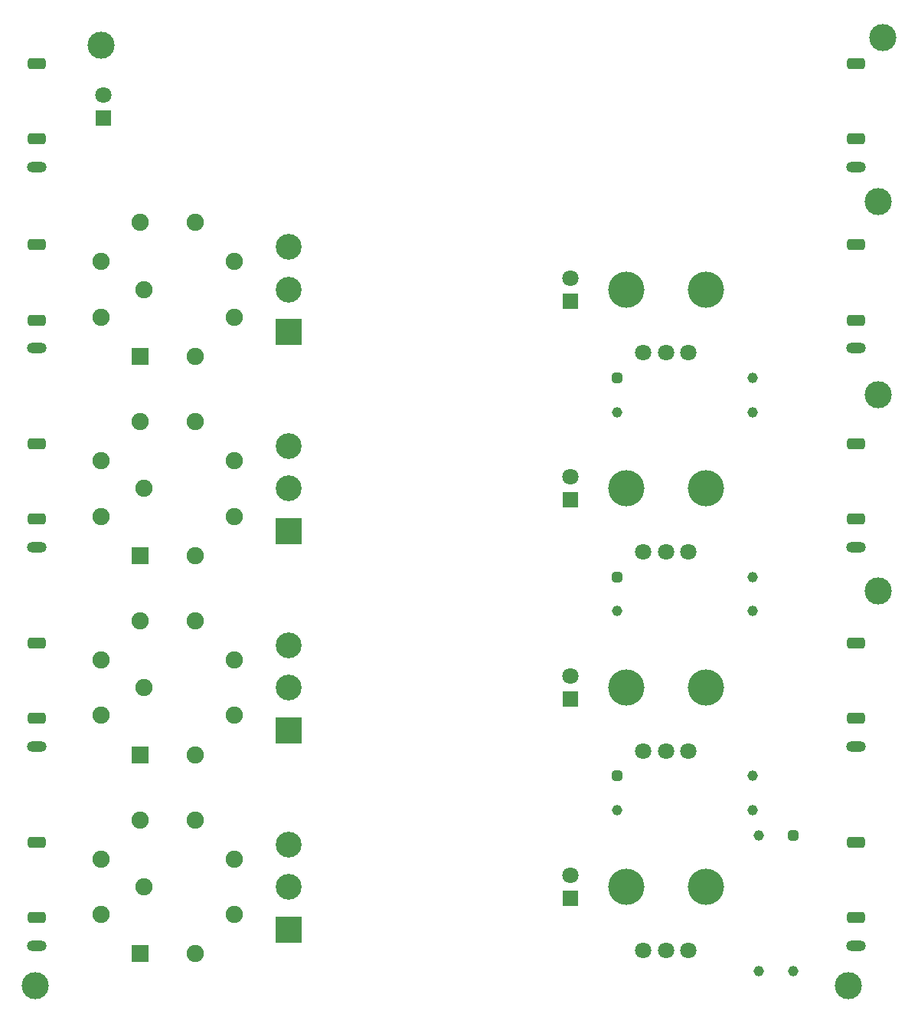
<source format=gbr>
%TF.GenerationSoftware,KiCad,Pcbnew,(6.0.1)*%
%TF.CreationDate,2024-02-05T19:40:25-08:00*%
%TF.ProjectId,main,6d61696e-2e6b-4696-9361-645f70636258,1.0*%
%TF.SameCoordinates,Original*%
%TF.FileFunction,Soldermask,Top*%
%TF.FilePolarity,Negative*%
%FSLAX46Y46*%
G04 Gerber Fmt 4.6, Leading zero omitted, Abs format (unit mm)*
G04 Created by KiCad (PCBNEW (6.0.1)) date 2024-02-05 19:40:25*
%MOMM*%
%LPD*%
G01*
G04 APERTURE LIST*
G04 Aperture macros list*
%AMRoundRect*
0 Rectangle with rounded corners*
0 $1 Rounding radius*
0 $2 $3 $4 $5 $6 $7 $8 $9 X,Y pos of 4 corners*
0 Add a 4 corners polygon primitive as box body*
4,1,4,$2,$3,$4,$5,$6,$7,$8,$9,$2,$3,0*
0 Add four circle primitives for the rounded corners*
1,1,$1+$1,$2,$3*
1,1,$1+$1,$4,$5*
1,1,$1+$1,$6,$7*
1,1,$1+$1,$8,$9*
0 Add four rect primitives between the rounded corners*
20,1,$1+$1,$2,$3,$4,$5,0*
20,1,$1+$1,$4,$5,$6,$7,0*
20,1,$1+$1,$6,$7,$8,$9,0*
20,1,$1+$1,$8,$9,$2,$3,0*%
%AMHorizOval*
0 Thick line with rounded ends*
0 $1 width*
0 $2 $3 position (X,Y) of the first rounded end (center of the circle)*
0 $4 $5 position (X,Y) of the second rounded end (center of the circle)*
0 Add line between two ends*
20,1,$1,$2,$3,$4,$5,0*
0 Add two circle primitives to create the rounded ends*
1,1,$1,$2,$3*
1,1,$1,$4,$5*%
G04 Aperture macros list end*
%ADD10R,2.850000X2.850000*%
%ADD11C,2.850000*%
%ADD12RoundRect,0.287500X-0.287500X-0.287500X0.287500X-0.287500X0.287500X0.287500X-0.287500X0.287500X0*%
%ADD13C,1.150000*%
%ADD14C,4.000000*%
%ADD15C,1.800000*%
%ADD16R,1.900000X1.900000*%
%ADD17HorizOval,1.900000X0.000000X0.000000X0.000000X0.000000X0*%
%ADD18R,1.800000X1.800000*%
%ADD19O,2.200000X1.200000*%
%ADD20RoundRect,0.300000X-0.700000X-0.300000X0.700000X-0.300000X0.700000X0.300000X-0.700000X0.300000X0*%
%ADD21RoundRect,0.287500X-0.287500X0.287500X-0.287500X-0.287500X0.287500X-0.287500X0.287500X0.287500X0*%
%ADD22C,3.000000*%
G04 APERTURE END LIST*
D10*
%TO.C,SW7*%
X73300000Y-140700000D03*
D11*
X73300000Y-136000000D03*
X73300000Y-131300000D03*
%TD*%
D12*
%TO.C,U35*%
X109600000Y-101750000D03*
D13*
X109600000Y-105550000D03*
X124600000Y-101750000D03*
X124600000Y-105550000D03*
%TD*%
D14*
%TO.C,RV10*%
X119400000Y-70000000D03*
X110600000Y-70000000D03*
D15*
X117500000Y-77000000D03*
X115000000Y-77000000D03*
X112500000Y-77000000D03*
%TD*%
D10*
%TO.C,SW4*%
X73300000Y-74700000D03*
D11*
X73300000Y-70000000D03*
X73300000Y-65300000D03*
%TD*%
D16*
%TO.C,SW2*%
X56838533Y-77391036D03*
D17*
X52508964Y-73061467D03*
X52508964Y-66938533D03*
X56838533Y-62608964D03*
X62961467Y-62608964D03*
X67291036Y-66938533D03*
X67291036Y-73061467D03*
X62961467Y-77391036D03*
X57250000Y-70000000D03*
%TD*%
D14*
%TO.C,RV11*%
X110600000Y-114000000D03*
X119400000Y-114000000D03*
D15*
X117500000Y-121000000D03*
X115000000Y-121000000D03*
X112500000Y-121000000D03*
%TD*%
D18*
%TO.C,D16*%
X52800000Y-51100000D03*
D15*
X52800000Y-48560000D03*
%TD*%
D19*
%TO.C,J2*%
X45400000Y-76480000D03*
D20*
X45400000Y-65080000D03*
X45400000Y-73380000D03*
%TD*%
D18*
%TO.C,D26*%
X104450000Y-71270000D03*
D15*
X104450000Y-68730000D03*
%TD*%
D14*
%TO.C,RV14*%
X119400000Y-92000000D03*
X110600000Y-92000000D03*
D15*
X117500000Y-99000000D03*
X115000000Y-99000000D03*
X112500000Y-99000000D03*
%TD*%
D18*
%TO.C,D28*%
X104450000Y-93270000D03*
D15*
X104450000Y-90730000D03*
%TD*%
D18*
%TO.C,D27*%
X104450000Y-137270000D03*
D15*
X104450000Y-134730000D03*
%TD*%
D19*
%TO.C,J9*%
X136000000Y-76480000D03*
D20*
X136000000Y-65080000D03*
X136000000Y-73380000D03*
%TD*%
D10*
%TO.C,SW6*%
X73300000Y-96700000D03*
D11*
X73300000Y-92000000D03*
X73300000Y-87300000D03*
%TD*%
D19*
%TO.C,J3*%
X45400000Y-98480000D03*
D20*
X45400000Y-87080000D03*
X45400000Y-95380000D03*
%TD*%
D18*
%TO.C,D25*%
X104450000Y-115270000D03*
D15*
X104450000Y-112730000D03*
%TD*%
D16*
%TO.C,SW8*%
X56838533Y-143391036D03*
D17*
X52508964Y-139061467D03*
X52508964Y-132938533D03*
X56838533Y-128608964D03*
X62961467Y-128608964D03*
X67291036Y-132938533D03*
X67291036Y-139061467D03*
X62961467Y-143391036D03*
X57250000Y-136000000D03*
%TD*%
D14*
%TO.C,RV15*%
X110600000Y-136000000D03*
X119400000Y-136000000D03*
D15*
X117500000Y-143000000D03*
X115000000Y-143000000D03*
X112500000Y-143000000D03*
%TD*%
D12*
%TO.C,U30*%
X109600000Y-123700000D03*
D13*
X109600000Y-127500000D03*
X124600000Y-123700000D03*
X124600000Y-127500000D03*
%TD*%
D10*
%TO.C,SW5*%
X73300000Y-118700000D03*
D11*
X73300000Y-114000000D03*
X73300000Y-109300000D03*
%TD*%
D19*
%TO.C,J7*%
X136000000Y-56480000D03*
D20*
X136000000Y-45080000D03*
X136000000Y-53380000D03*
%TD*%
D16*
%TO.C,SW1*%
X56838533Y-99391036D03*
D17*
X52508964Y-95061467D03*
X52508964Y-88938533D03*
X56838533Y-84608964D03*
X62961467Y-84608964D03*
X67291036Y-88938533D03*
X67291036Y-95061467D03*
X62961467Y-99391036D03*
X57250000Y-92000000D03*
%TD*%
D16*
%TO.C,SW3*%
X56838533Y-121391036D03*
D17*
X52508964Y-117061467D03*
X52508964Y-110938533D03*
X56838533Y-106608964D03*
X62961467Y-106608964D03*
X67291036Y-110938533D03*
X67291036Y-117061467D03*
X62961467Y-121391036D03*
X57250000Y-114000000D03*
%TD*%
D21*
%TO.C,U34*%
X129100000Y-130300000D03*
D13*
X125300000Y-130300000D03*
X129100000Y-145300000D03*
X125300000Y-145300000D03*
%TD*%
D19*
%TO.C,J5*%
X45400000Y-142480000D03*
D20*
X45400000Y-131080000D03*
X45400000Y-139380000D03*
%TD*%
D19*
%TO.C,J10*%
X136000000Y-142480000D03*
D20*
X136000000Y-131080000D03*
X136000000Y-139380000D03*
%TD*%
D19*
%TO.C,J4*%
X45400000Y-120480000D03*
D20*
X45400000Y-109080000D03*
X45400000Y-117380000D03*
%TD*%
D19*
%TO.C,J11*%
X136000000Y-98480000D03*
D20*
X136000000Y-87080000D03*
X136000000Y-95380000D03*
%TD*%
D19*
%TO.C,J1*%
X45400000Y-56480000D03*
D20*
X45400000Y-45080000D03*
X45400000Y-53380000D03*
%TD*%
D12*
%TO.C,U31*%
X109600000Y-79800000D03*
D13*
X109600000Y-83600000D03*
X124600000Y-79800000D03*
X124600000Y-83600000D03*
%TD*%
D19*
%TO.C,J8*%
X136000000Y-120480000D03*
D20*
X136000000Y-109080000D03*
X136000000Y-117380000D03*
%TD*%
D22*
%TO.C,TP1*%
X135170000Y-146950000D03*
%TD*%
%TO.C,TP5*%
X138500000Y-81650000D03*
%TD*%
%TO.C,TP2*%
X45280000Y-146950000D03*
%TD*%
%TO.C,TP6*%
X138500000Y-60300000D03*
%TD*%
%TO.C,TP7*%
X138500000Y-103350000D03*
%TD*%
%TO.C,TP3*%
X52550000Y-43050000D03*
%TD*%
%TO.C,TP4*%
X139000000Y-42200000D03*
%TD*%
M02*

</source>
